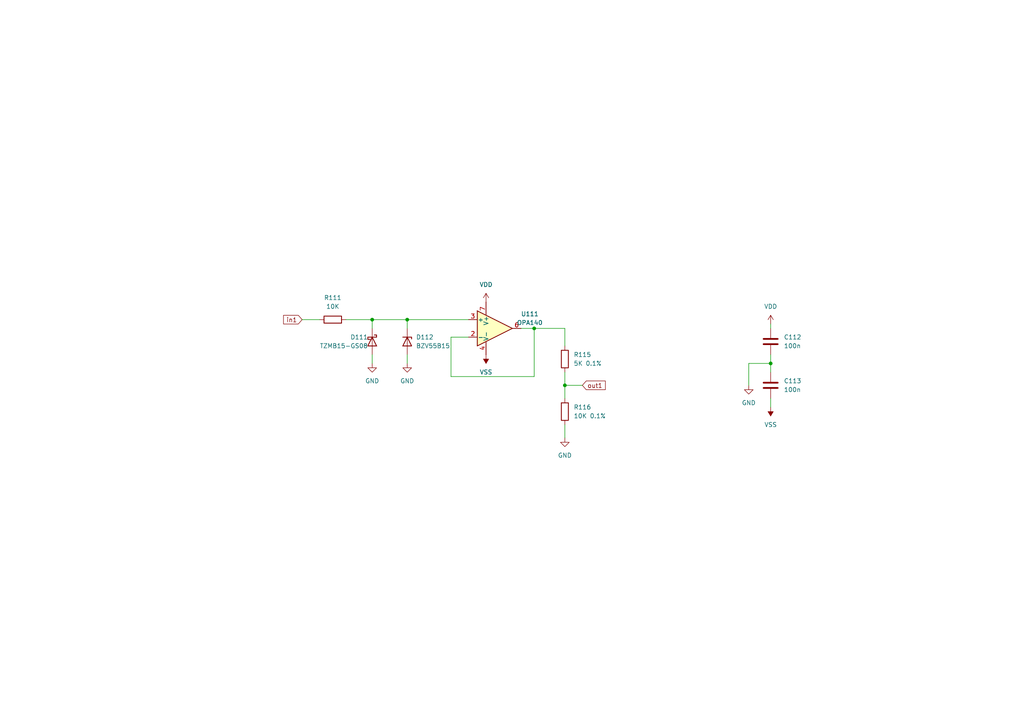
<source format=kicad_sch>
(kicad_sch (version 20230121) (generator eeschema)
  (paper "A4")
  (lib_symbols
    (symbol "Amplifier_Operational:OPA188xxD" (pin_names (offset 0.127))
      (property "Reference" "U" (at 0 6.35 0))
      (property "Value" "OPA188xxD" (at 0 3.81 0))
      (symbol "OPA188xxD_0_1"
        (polyline (pts (xy -5.08 5.08) (xy 5.08 0) (xy -5.08 -5.08) (xy -5.08 5.08)) (stroke (width 0.254)) (fill (type background)))
      )
      (symbol "OPA188xxD_1_1"
        (pin no_connect line (at -2.54 2.54 270) (length 2.54) hide (name "NC") (number "1"))
        (pin input line (at -7.62 -2.54 0) (length 2.54) (name "-") (number "2"))
        (pin input line (at -7.62 2.54 0) (length 2.54) (name "+") (number "3"))
        (pin power_in line (at -2.54 -7.62 90) (length 3.81) (name "V-") (number "4"))
        (pin no_connect line (at 0 2.54 270) (length 2.54) hide (name "NC") (number "5"))
        (pin output line (at 7.62 0 180) (length 2.54) (name "~") (number "6"))
        (pin power_in line (at -2.54 7.62 270) (length 3.81) (name "V+") (number "7"))
        (pin no_connect line (at 0 -2.54 90) (length 2.54) hide (name "NC") (number "8"))
      )
    )
    (symbol "Device:C" (pin_numbers hide) (pin_names (offset 0.254))
      (property "Reference" "C" (at 0.635 2.54 0))
      (property "Value" "C" (at 0.635 -2.54 0))
      (symbol "C_0_1"
        (polyline (pts (xy -2.032 -0.762) (xy 2.032 -0.762)) (stroke (width 0.508)))
        (polyline (pts (xy -2.032 0.762) (xy 2.032 0.762)) (stroke (width 0.508)))
      )
      (symbol "C_1_1"
        (pin passive line (at 0 3.81 270) (length 2.794) (name "~") (number "1"))
        (pin passive line (at 0 -3.81 90) (length 2.794) (name "~") (number "2"))
      )
    )
    (symbol "Device:D_Schottky" (pin_numbers hide) (pin_names (offset 1.016) hide)
      (property "Reference" "D" (at 0 2.54 0))
      (property "Value" "D_Schottky" (at 0 -2.54 0))
      (symbol "D_Schottky_0_1"
        (polyline (pts (xy 1.27 0) (xy -1.27 0)))
        (polyline (pts (xy 1.27 1.27) (xy 1.27 -1.27) (xy -1.27 0) (xy 1.27 1.27)) (stroke (width 0.254)))
        (polyline (pts (xy -1.905 0.635) (xy -1.905 1.27) (xy -1.27 1.27) (xy -1.27 -1.27) (xy -0.635 -1.27) (xy -0.635 -0.635)) (stroke (width 0.254)))
      )
      (symbol "D_Schottky_1_1"
        (pin passive line (at -3.81 0 0) (length 2.54) (name "K") (number "1"))
        (pin passive line (at 3.81 0 180) (length 2.54) (name "A") (number "2"))
      )
    )
    (symbol "Device:R" (pin_numbers hide) (pin_names (offset 0))
      (property "Reference" "R" (at 2.032 0 90))
      (property "Value" "R" (at 0 0 90))
      (symbol "R_0_1"
        (rectangle (start -1.016 -2.54) (end 1.016 2.54) (stroke (width 0.254)))
      )
      (symbol "R_1_1"
        (pin passive line (at 0 3.81 270) (length 1.27) (name "~") (number "1"))
        (pin passive line (at 0 -3.81 90) (length 1.27) (name "~") (number "2"))
      )
    )
    (symbol "Diode:BZV55B15" (pin_numbers hide) (pin_names hide)
      (property "Reference" "D" (at 0 2.54 0))
      (property "Value" "BZV55B15" (at 0 -2.54 0))
      (symbol "BZV55B15_0_1"
        (polyline (pts (xy 1.27 0) (xy -1.27 0)))
        (polyline (pts (xy -1.27 -1.27) (xy -1.27 1.27) (xy -0.762 1.27)) (stroke (width 0.254)))
        (polyline (pts (xy 1.27 -1.27) (xy 1.27 1.27) (xy -1.27 0) (xy 1.27 -1.27)) (stroke (width 0.254)))
      )
      (symbol "BZV55B15_1_1"
        (pin passive line (at -3.81 0 0) (length 2.54) (name "K") (number "1"))
        (pin passive line (at 3.81 0 180) (length 2.54) (name "A") (number "2"))
      )
    )
    (symbol "power:GND" (power) (pin_names (offset 0))
      (property "Value" "GND" (at 0 -3.81 0))
      (symbol "GND_0_1"
        (polyline (pts (xy 0 0) (xy 0 -1.27) (xy 1.27 -1.27) (xy 0 -2.54) (xy -1.27 -1.27) (xy 0 -1.27)))
      )
      (symbol "GND_1_1"
        (pin power_in line (at 0 0 270) (length 0) hide (name "GND") (number "1"))
      )
    )
    (symbol "power:VDD" (power) (pin_names (offset 0))
      (property "Value" "VDD" (at 0 3.81 0))
      (symbol "VDD_0_1"
        (polyline (pts (xy -0.762 1.27) (xy 0 2.54)))
        (polyline (pts (xy 0 0) (xy 0 2.54)))
        (polyline (pts (xy 0 2.54) (xy 0.762 1.27)))
      )
      (symbol "VDD_1_1"
        (pin power_in line (at 0 0 90) (length 0) hide (name "VDD") (number "1"))
      )
    )
    (symbol "power:VSS" (power) (pin_names (offset 0))
      (property "Value" "VSS" (at 0 3.81 0))
      (symbol "VSS_0_1"
        (polyline (pts (xy 0 0) (xy 0 2.54)))
        (polyline (pts (xy 0.762 1.27) (xy -0.762 1.27) (xy 0 2.54) (xy 0.762 1.27)) (fill (type outline)))
      )
      (symbol "VSS_1_1"
        (pin power_in line (at 0 0 90) (length 0) hide (name "VSS") (number "1"))
      )
    )
  )
  (junction (at 154.94 95.25))
  (junction (at 163.83 111.76))
  (junction (at 118.11 92.71))
  (junction (at 107.95 92.71))
  (junction (at 223.52 105.41))
  (wire (pts (xy 223.52 93.98) (xy 223.52 95.25)))
  (wire (pts (xy 223.52 102.87) (xy 223.52 105.41)))
  (wire (pts (xy 87.63 92.71) (xy 92.71 92.71)))
  (wire (pts (xy 163.83 111.76) (xy 163.83 115.57)))
  (wire (pts (xy 151.13 95.25) (xy 154.94 95.25)))
  (wire (pts (xy 130.81 97.79) (xy 135.89 97.79)))
  (wire (pts (xy 118.11 92.71) (xy 135.89 92.71)))
  (wire (pts (xy 107.95 102.87) (xy 107.95 105.41)))
  (wire (pts (xy 163.83 123.19) (xy 163.83 127)))
  (wire (pts (xy 163.83 107.95) (xy 163.83 111.76)))
  (wire (pts (xy 223.52 105.41) (xy 223.52 107.95)))
  (wire (pts (xy 217.17 105.41) (xy 223.52 105.41)))
  (wire (pts (xy 107.95 92.71) (xy 118.11 92.71)))
  (wire (pts (xy 118.11 92.71) (xy 118.11 95.25)))
  (wire (pts (xy 217.17 111.76) (xy 217.17 105.41)))
  (wire (pts (xy 130.81 109.22) (xy 154.94 109.22)))
  (wire (pts (xy 100.33 92.71) (xy 107.95 92.71)))
  (wire (pts (xy 118.11 102.87) (xy 118.11 105.41)))
  (wire (pts (xy 163.83 95.25) (xy 163.83 100.33)))
  (wire (pts (xy 154.94 109.22) (xy 154.94 95.25)))
  (wire (pts (xy 223.52 115.57) (xy 223.52 118.11)))
  (wire (pts (xy 107.95 92.71) (xy 107.95 95.25)))
  (wire (pts (xy 163.83 111.76) (xy 168.91 111.76)))
  (wire (pts (xy 154.94 95.25) (xy 163.83 95.25)))
  (wire (pts (xy 130.81 97.79) (xy 130.81 109.22)))
  (global_label "out1" (shape input) (at 168.91 111.76 0) (property "Intersheetrefs" "${INTERSHEET_REFS}" (effects hide)))
  (global_label "in1" (shape input) (at 87.63 92.71 180) (property "Intersheetrefs" "${INTERSHEET_REFS}" (effects hide)))
  (symbol (lib_id "Amplifier_Operational:OPA188xxD") (at 143.51 95.25 0) (unit 1)
    (property "Reference" "U111" (at 153.67 91.0591 0))
    (property "Value" "OPA140" (at 153.67 93.5991 0))
    (property "Footprint" "Package_SO:SOIC-8_3.9x4.9mm_P1.27mm" (effects hide))
    (property "Datasheet" "http://www.ti.com/lit/ds/symlink/opa188.pdf" (effects hide))
  )
  (symbol (lib_id "power:VSS") (at 140.97 102.87 180) (unit 1)
    (property "Reference" "#PWR0115" (effects hide))
    (property "Value" "VSS" (at 140.97 107.95 0))
  )
  (symbol (lib_id "power:GND") (at 217.17 111.76 0) (unit 1)
    (property "Reference" "#PWR0120" (effects hide))
    (property "Value" "GND" (at 217.17 116.84 0))
  )
  (symbol (lib_id "Device:R") (at 163.83 119.38 0) (unit 1)
    (property "Reference" "R116" (at 166.37 118.11 0) (effects (justify left)))
    (property "Value" "10K 0.1%" (at 166.37 120.65 0) (effects (justify left)))
    (property "Footprint" "Resistor_SMD:R_0805_2012Metric_Pad1.20x1.40mm_HandSolder" (effects hide))
  )
  (symbol (lib_id "Device:C") (at 223.52 111.76 0) (unit 1)
    (property "Reference" "C113" (at 227.33 110.49 0) (effects (justify left)))
    (property "Value" "100n" (at 227.33 113.03 0) (effects (justify left)))
    (property "Footprint" "Capacitor_SMD:C_0805_2012Metric_Pad1.18x1.45mm_HandSolder" (effects hide))
  )
  (symbol (lib_id "power:VSS") (at 223.52 118.11 180) (unit 1)
    (property "Reference" "#PWR0122" (effects hide))
    (property "Value" "VSS" (at 223.52 123.19 0))
  )
  (symbol (lib_id "power:GND") (at 163.83 127 0) (unit 1)
    (property "Reference" "#PWR0119" (effects hide))
    (property "Value" "GND" (at 163.83 132.08 0))
  )
  (symbol (lib_id "Device:R") (at 96.52 92.71 270) (unit 1)
    (property "Reference" "R111" (at 96.52 86.36 90))
    (property "Value" "10K" (at 96.52 88.9 90))
    (property "Footprint" "Resistor_SMD:R_0805_2012Metric_Pad1.20x1.40mm_HandSolder" (effects hide))
  )
  (symbol (lib_id "power:GND") (at 107.95 105.41 0) (unit 1)
    (property "Reference" "#PWR0112" (effects hide))
    (property "Value" "GND" (at 107.95 110.49 0))
  )
  (symbol (lib_id "Device:C") (at 223.52 99.06 0) (unit 1)
    (property "Reference" "C112" (at 227.33 97.79 0) (effects (justify left)))
    (property "Value" "100n" (at 227.33 100.33 0) (effects (justify left)))
    (property "Footprint" "Capacitor_SMD:C_0805_2012Metric_Pad1.18x1.45mm_HandSolder" (effects hide))
  )
  (symbol (lib_id "power:GND") (at 118.11 105.41 0) (unit 1)
    (property "Reference" "#PWR0113" (effects hide))
    (property "Value" "GND" (at 118.11 110.49 0))
  )
  (symbol (lib_id "power:VDD") (at 223.52 93.98 0) (unit 1)
    (property "Reference" "#PWR0121" (effects hide))
    (property "Value" "VDD" (at 223.52 88.9 0))
  )
  (symbol (lib_id "power:VDD") (at 140.97 87.63 0) (unit 1)
    (property "Reference" "#PWR0114" (effects hide))
    (property "Value" "VDD" (at 140.97 82.55 0))
  )
  (symbol (lib_id "Device:D_Schottky") (at 107.95 99.06 270) (unit 1)
    (property "Reference" "D111" (at 101.6 97.79 90) (effects (justify left)))
    (property "Value" "TZMB15-GS08" (at 92.71 100.33 90) (effects (justify left)))
    (property "Footprint" "Diode_SMD:D_MiniMELF" (effects hide))
  )
  (symbol (lib_id "Diode:BZV55B15") (at 118.11 99.06 270) (unit 1)
    (property "Reference" "D112" (at 120.65 97.79 90) (effects (justify left)))
    (property "Value" "BZV55B15" (at 120.65 100.33 90) (effects (justify left)))
    (property "Footprint" "Diode_SMD:D_MiniMELF" (effects hide))
    (property "Datasheet" "https://assets.nexperia.com/documents/data-sheet/BZV55_SER.pdf" (effects hide))
  )
  (symbol (lib_id "Device:R") (at 163.83 104.14 0) (unit 1)
    (property "Reference" "R115" (at 166.37 102.87 0) (effects (justify left)))
    (property "Value" "5K 0.1%" (at 166.37 105.41 0) (effects (justify left)))
    (property "Footprint" "Resistor_SMD:R_0805_2012Metric_Pad1.20x1.40mm_HandSolder" (effects hide))
  )
)
</source>
